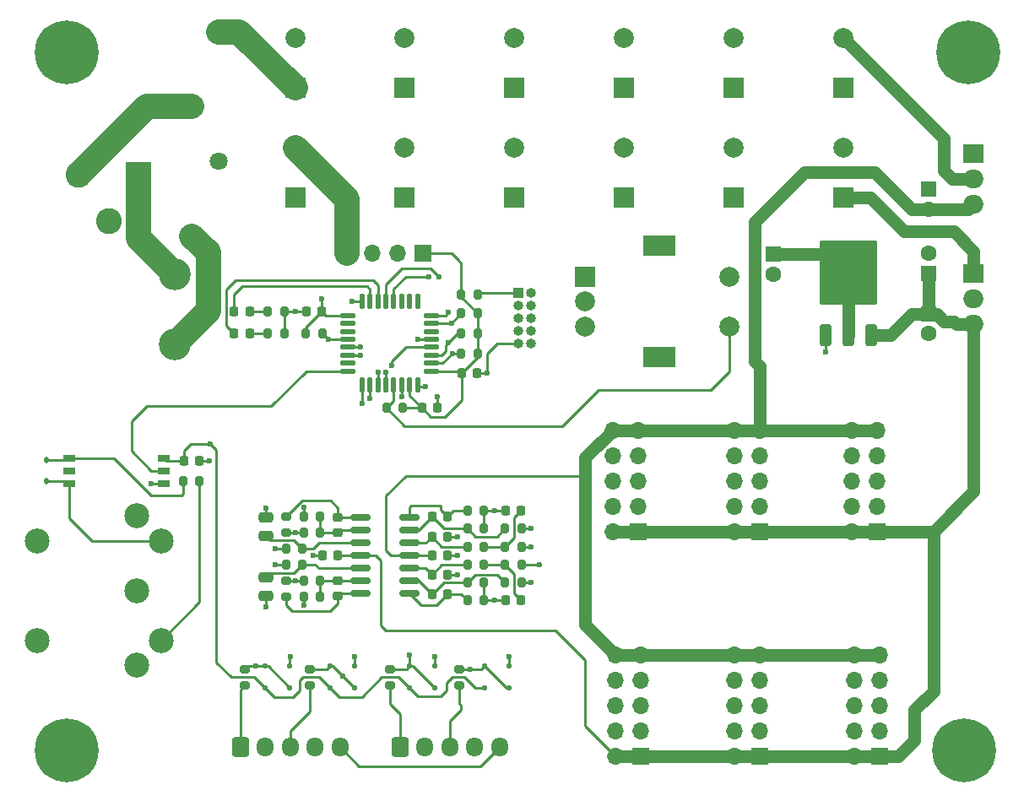
<source format=gbr>
%TF.GenerationSoftware,KiCad,Pcbnew,8.0.0*%
%TF.CreationDate,2024-07-13T20:22:53-07:00*%
%TF.ProjectId,midi-controller,6d696469-2d63-46f6-9e74-726f6c6c6572,rev?*%
%TF.SameCoordinates,Original*%
%TF.FileFunction,Copper,L1,Top*%
%TF.FilePolarity,Positive*%
%FSLAX46Y46*%
G04 Gerber Fmt 4.6, Leading zero omitted, Abs format (unit mm)*
G04 Created by KiCad (PCBNEW 8.0.0) date 2024-07-13 20:22:53*
%MOMM*%
%LPD*%
G01*
G04 APERTURE LIST*
G04 Aperture macros list*
%AMRoundRect*
0 Rectangle with rounded corners*
0 $1 Rounding radius*
0 $2 $3 $4 $5 $6 $7 $8 $9 X,Y pos of 4 corners*
0 Add a 4 corners polygon primitive as box body*
4,1,4,$2,$3,$4,$5,$6,$7,$8,$9,$2,$3,0*
0 Add four circle primitives for the rounded corners*
1,1,$1+$1,$2,$3*
1,1,$1+$1,$4,$5*
1,1,$1+$1,$6,$7*
1,1,$1+$1,$8,$9*
0 Add four rect primitives between the rounded corners*
20,1,$1+$1,$2,$3,$4,$5,0*
20,1,$1+$1,$4,$5,$6,$7,0*
20,1,$1+$1,$6,$7,$8,$9,0*
20,1,$1+$1,$8,$9,$2,$3,0*%
G04 Aperture macros list end*
%TA.AperFunction,ComponentPad*%
%ADD10C,2.499360*%
%TD*%
%TA.AperFunction,WasherPad*%
%ADD11C,2.499360*%
%TD*%
%TA.AperFunction,ComponentPad*%
%ADD12C,3.200000*%
%TD*%
%TA.AperFunction,ComponentPad*%
%ADD13C,6.400000*%
%TD*%
%TA.AperFunction,ComponentPad*%
%ADD14RoundRect,0.250000X-0.600000X-0.725000X0.600000X-0.725000X0.600000X0.725000X-0.600000X0.725000X0*%
%TD*%
%TA.AperFunction,ComponentPad*%
%ADD15O,1.700000X1.950000*%
%TD*%
%TA.AperFunction,SMDPad,CuDef*%
%ADD16RoundRect,0.218750X0.218750X0.256250X-0.218750X0.256250X-0.218750X-0.256250X0.218750X-0.256250X0*%
%TD*%
%TA.AperFunction,SMDPad,CuDef*%
%ADD17RoundRect,0.150000X-0.825000X-0.150000X0.825000X-0.150000X0.825000X0.150000X-0.825000X0.150000X0*%
%TD*%
%TA.AperFunction,SMDPad,CuDef*%
%ADD18R,1.300000X0.800000*%
%TD*%
%TA.AperFunction,SMDPad,CuDef*%
%ADD19RoundRect,0.125000X-0.625000X-0.125000X0.625000X-0.125000X0.625000X0.125000X-0.625000X0.125000X0*%
%TD*%
%TA.AperFunction,SMDPad,CuDef*%
%ADD20RoundRect,0.125000X-0.125000X-0.625000X0.125000X-0.625000X0.125000X0.625000X-0.125000X0.625000X0*%
%TD*%
%TA.AperFunction,ComponentPad*%
%ADD21R,2.000000X2.000000*%
%TD*%
%TA.AperFunction,ComponentPad*%
%ADD22C,2.000000*%
%TD*%
%TA.AperFunction,ComponentPad*%
%ADD23R,3.200000X2.000000*%
%TD*%
%TA.AperFunction,SMDPad,CuDef*%
%ADD24RoundRect,0.200000X0.275000X-0.200000X0.275000X0.200000X-0.275000X0.200000X-0.275000X-0.200000X0*%
%TD*%
%TA.AperFunction,SMDPad,CuDef*%
%ADD25RoundRect,0.200000X-0.275000X0.200000X-0.275000X-0.200000X0.275000X-0.200000X0.275000X0.200000X0*%
%TD*%
%TA.AperFunction,SMDPad,CuDef*%
%ADD26RoundRect,0.200000X0.200000X0.275000X-0.200000X0.275000X-0.200000X-0.275000X0.200000X-0.275000X0*%
%TD*%
%TA.AperFunction,SMDPad,CuDef*%
%ADD27RoundRect,0.200000X-0.200000X-0.275000X0.200000X-0.275000X0.200000X0.275000X-0.200000X0.275000X0*%
%TD*%
%TA.AperFunction,ComponentPad*%
%ADD28R,1.000000X1.000000*%
%TD*%
%TA.AperFunction,ComponentPad*%
%ADD29O,1.000000X1.000000*%
%TD*%
%TA.AperFunction,ComponentPad*%
%ADD30R,1.700000X1.700000*%
%TD*%
%TA.AperFunction,ComponentPad*%
%ADD31O,1.700000X1.700000*%
%TD*%
%TA.AperFunction,SMDPad,CuDef*%
%ADD32RoundRect,0.125000X0.125000X-0.125000X0.125000X0.125000X-0.125000X0.125000X-0.125000X-0.125000X0*%
%TD*%
%TA.AperFunction,SMDPad,CuDef*%
%ADD33RoundRect,0.112500X-0.112500X0.187500X-0.112500X-0.187500X0.112500X-0.187500X0.112500X0.187500X0*%
%TD*%
%TA.AperFunction,SMDPad,CuDef*%
%ADD34RoundRect,0.225000X-0.250000X0.225000X-0.250000X-0.225000X0.250000X-0.225000X0.250000X0.225000X0*%
%TD*%
%TA.AperFunction,SMDPad,CuDef*%
%ADD35RoundRect,0.225000X0.250000X-0.225000X0.250000X0.225000X-0.250000X0.225000X-0.250000X-0.225000X0*%
%TD*%
%TA.AperFunction,SMDPad,CuDef*%
%ADD36RoundRect,0.225000X-0.225000X-0.250000X0.225000X-0.250000X0.225000X0.250000X-0.225000X0.250000X0*%
%TD*%
%TA.AperFunction,SMDPad,CuDef*%
%ADD37RoundRect,0.250000X0.475000X-0.250000X0.475000X0.250000X-0.475000X0.250000X-0.475000X-0.250000X0*%
%TD*%
%TA.AperFunction,SMDPad,CuDef*%
%ADD38RoundRect,0.250000X-0.475000X0.250000X-0.475000X-0.250000X0.475000X-0.250000X0.475000X0.250000X0*%
%TD*%
%TA.AperFunction,SMDPad,CuDef*%
%ADD39RoundRect,0.225000X0.225000X0.250000X-0.225000X0.250000X-0.225000X-0.250000X0.225000X-0.250000X0*%
%TD*%
%TA.AperFunction,SMDPad,CuDef*%
%ADD40RoundRect,0.250000X0.350000X-0.850000X0.350000X0.850000X-0.350000X0.850000X-0.350000X-0.850000X0*%
%TD*%
%TA.AperFunction,SMDPad,CuDef*%
%ADD41RoundRect,0.250000X1.125000X-1.275000X1.125000X1.275000X-1.125000X1.275000X-1.125000X-1.275000X0*%
%TD*%
%TA.AperFunction,SMDPad,CuDef*%
%ADD42RoundRect,0.249997X2.650003X-2.950003X2.650003X2.950003X-2.650003X2.950003X-2.650003X-2.950003X0*%
%TD*%
%TA.AperFunction,ComponentPad*%
%ADD43R,2.000000X1.905000*%
%TD*%
%TA.AperFunction,ComponentPad*%
%ADD44O,2.000000X1.905000*%
%TD*%
%TA.AperFunction,ComponentPad*%
%ADD45C,1.800000*%
%TD*%
%TA.AperFunction,ComponentPad*%
%ADD46R,2.600000X2.600000*%
%TD*%
%TA.AperFunction,ComponentPad*%
%ADD47C,2.600000*%
%TD*%
%TA.AperFunction,ComponentPad*%
%ADD48R,1.600000X1.600000*%
%TD*%
%TA.AperFunction,ComponentPad*%
%ADD49C,1.600000*%
%TD*%
%TA.AperFunction,ViaPad*%
%ADD50C,0.600000*%
%TD*%
%TA.AperFunction,Conductor*%
%ADD51C,0.250000*%
%TD*%
%TA.AperFunction,Conductor*%
%ADD52C,2.500000*%
%TD*%
%TA.AperFunction,Conductor*%
%ADD53C,1.250000*%
%TD*%
G04 APERTURE END LIST*
D10*
%TO.P,J3,5*%
%TO.N,Net-(D1-A)*%
X116099100Y-104803820D03*
%TO.P,J3,4*%
%TO.N,Net-(J3-Pad4)*%
X116099100Y-114796180D03*
%TO.P,J3,3*%
%TO.N,unconnected-(J3-Pad3)*%
X113597200Y-102301920D03*
%TO.P,J3,2*%
%TO.N,unconnected-(J3-Pad2)*%
X113599740Y-109800000D03*
%TO.P,J3,1*%
%TO.N,unconnected-(J3-Pad1)*%
X113597200Y-117298080D03*
D11*
%TO.P,J3,*%
%TO.N,*%
X103602300Y-114801260D03*
X103602300Y-104798740D03*
%TD*%
D12*
%TO.P,SW2,1,A*%
%TO.N,Net-(SW2-A)*%
X117425000Y-78100000D03*
%TO.P,SW2,2,B*%
%TO.N,Net-(SW2-B)*%
X117425000Y-85100000D03*
%TD*%
D13*
%TO.P,H4,1*%
%TO.N,N/C*%
X196600000Y-125800000D03*
%TD*%
%TO.P,H3,1*%
%TO.N,N/C*%
X106600000Y-125800000D03*
%TD*%
%TO.P,H2,1*%
%TO.N,N/C*%
X197000000Y-55800000D03*
%TD*%
%TO.P,H1,1*%
%TO.N,N/C*%
X106600000Y-55800000D03*
%TD*%
D14*
%TO.P,J5,1,Pin_1*%
%TO.N,/CLK2_OUT*%
X124000000Y-125475000D03*
D15*
%TO.P,J5,2,Pin_2*%
%TO.N,/MOD2_OUT*%
X126500000Y-125475000D03*
%TO.P,J5,3,Pin_3*%
%TO.N,/GATE2_OUT*%
X129000000Y-125475000D03*
%TO.P,J5,4,Pin_4*%
%TO.N,/CV2_OUT*%
X131500000Y-125475000D03*
%TO.P,J5,5,Pin_5*%
%TO.N,GND*%
X134000000Y-125475000D03*
%TD*%
D14*
%TO.P,J4,1,Pin_1*%
%TO.N,/CLK1_OUT*%
X140000000Y-125475000D03*
D15*
%TO.P,J4,2,Pin_2*%
%TO.N,/MOD1_OUT*%
X142500000Y-125475000D03*
%TO.P,J4,3,Pin_3*%
%TO.N,/GATE1_OUT*%
X145000000Y-125475000D03*
%TO.P,J4,4,Pin_4*%
%TO.N,/CV1_OUT*%
X147500000Y-125475000D03*
%TO.P,J4,5,Pin_5*%
%TO.N,GND*%
X150000000Y-125475000D03*
%TD*%
D16*
%TO.P,D3,1,K*%
%TO.N,Net-(D3-K)*%
X124947500Y-81800000D03*
%TO.P,D3,2,A*%
%TO.N,/LED_2*%
X123372500Y-81800000D03*
%TD*%
%TO.P,D2,1,K*%
%TO.N,Net-(D2-K)*%
X124947500Y-84000000D03*
%TO.P,D2,2,A*%
%TO.N,/LED_1*%
X123372500Y-84000000D03*
%TD*%
D17*
%TO.P,U3,1*%
%TO.N,Net-(C13-Pad2)*%
X136025000Y-102490000D03*
%TO.P,U3,2,-*%
%TO.N,Net-(U3A--)*%
X136025000Y-103760000D03*
%TO.P,U3,3,+*%
%TO.N,Net-(U3A-+)*%
X136025000Y-105030000D03*
%TO.P,U3,4,V+*%
%TO.N,+12V*%
X136025000Y-106300000D03*
%TO.P,U3,5,+*%
%TO.N,Net-(U3B-+)*%
X136025000Y-107570000D03*
%TO.P,U3,6,-*%
%TO.N,Net-(U3B--)*%
X136025000Y-108840000D03*
%TO.P,U3,7*%
%TO.N,Net-(C14-Pad2)*%
X136025000Y-110110000D03*
%TO.P,U3,8*%
%TO.N,Net-(C12-Pad2)*%
X140975000Y-110110000D03*
%TO.P,U3,9,-*%
%TO.N,Net-(U3C--)*%
X140975000Y-108840000D03*
%TO.P,U3,10,+*%
%TO.N,Net-(U3C-+)*%
X140975000Y-107570000D03*
%TO.P,U3,11,V-*%
%TO.N,-12V*%
X140975000Y-106300000D03*
%TO.P,U3,12,+*%
%TO.N,Net-(U3D-+)*%
X140975000Y-105030000D03*
%TO.P,U3,13,-*%
%TO.N,Net-(U3D--)*%
X140975000Y-103760000D03*
%TO.P,U3,14*%
%TO.N,Net-(C11-Pad2)*%
X140975000Y-102490000D03*
%TD*%
D18*
%TO.P,U2,1,A*%
%TO.N,Net-(D1-K)*%
X106850000Y-96530000D03*
%TO.P,U2,2,NC*%
%TO.N,unconnected-(U2-NC-Pad2)*%
X106850000Y-97800000D03*
%TO.P,U2,3,K*%
%TO.N,Net-(D1-A)*%
X106850000Y-99070000D03*
%TO.P,U2,4,GND*%
%TO.N,GND*%
X116350000Y-99070000D03*
%TO.P,U2,5,VO*%
%TO.N,/MIDI_RX*%
X116350000Y-97800000D03*
%TO.P,U2,6,VDD*%
%TO.N,+3.3V*%
X116350000Y-96530000D03*
%TD*%
D19*
%TO.P,U1,1,VDD*%
%TO.N,+3.3V*%
X134825000Y-82200000D03*
%TO.P,U1,2,PF0*%
%TO.N,unconnected-(U1-PF0-Pad2)*%
X134825000Y-83000000D03*
%TO.P,U1,3,PF1*%
%TO.N,unconnected-(U1-PF1-Pad3)*%
X134825000Y-83800000D03*
%TO.P,U1,4,PG10*%
%TO.N,/NRST*%
X134825000Y-84600000D03*
%TO.P,U1,5,PA0*%
%TO.N,/MOD1*%
X134825000Y-85400000D03*
%TO.P,U1,6,PA1*%
%TO.N,/MOD2*%
X134825000Y-86200000D03*
%TO.P,U1,7,PA2*%
%TO.N,/MIDI_TX*%
X134825000Y-87000000D03*
%TO.P,U1,8,PA3*%
%TO.N,/MIDI_RX*%
X134825000Y-87800000D03*
D20*
%TO.P,U1,9,PA4*%
%TO.N,/CV1*%
X136200000Y-89175000D03*
%TO.P,U1,10,PA5*%
%TO.N,/CV2*%
X137000000Y-89175000D03*
%TO.P,U1,11,PA6*%
%TO.N,/GATE2*%
X137800000Y-89175000D03*
%TO.P,U1,12,PA7*%
%TO.N,/GATE1*%
X138600000Y-89175000D03*
%TO.P,U1,13,PB0*%
%TO.N,/ENC_BTN*%
X139400000Y-89175000D03*
%TO.P,U1,14,VSSA*%
%TO.N,GND*%
X140200000Y-89175000D03*
%TO.P,U1,15,VDDA*%
%TO.N,+3.3V*%
X141000000Y-89175000D03*
%TO.P,U1,16,VSS*%
%TO.N,GND*%
X141800000Y-89175000D03*
D19*
%TO.P,U1,17,VDD*%
%TO.N,+3.3V*%
X143175000Y-87800000D03*
%TO.P,U1,18,PA8*%
%TO.N,/I2C_DAT*%
X143175000Y-87000000D03*
%TO.P,U1,19,PA9*%
%TO.N,/I2C_CLK*%
X143175000Y-86200000D03*
%TO.P,U1,20,PA10*%
%TO.N,/CLK1*%
X143175000Y-85400000D03*
%TO.P,U1,21,PA11*%
%TO.N,/CLK2*%
X143175000Y-84600000D03*
%TO.P,U1,22,PA12*%
%TO.N,unconnected-(U1-PA12-Pad22)*%
X143175000Y-83800000D03*
%TO.P,U1,23,PA13*%
%TO.N,/SWIO*%
X143175000Y-83000000D03*
%TO.P,U1,24,PA14*%
%TO.N,/SWCLK*%
X143175000Y-82200000D03*
D20*
%TO.P,U1,25,PA15*%
%TO.N,unconnected-(U1-PA15-Pad25)*%
X141800000Y-80825000D03*
%TO.P,U1,26,PB3*%
%TO.N,unconnected-(U1-PB3-Pad26)*%
X141000000Y-80825000D03*
%TO.P,U1,27,PB4*%
%TO.N,unconnected-(U1-PB4-Pad27)*%
X140200000Y-80825000D03*
%TO.P,U1,28,PB5*%
%TO.N,/ENC_A*%
X139400000Y-80825000D03*
%TO.P,U1,29,PB6*%
%TO.N,/ENC_B*%
X138600000Y-80825000D03*
%TO.P,U1,30,PB7*%
%TO.N,/LED_1*%
X137800000Y-80825000D03*
%TO.P,U1,31,PB8*%
%TO.N,/LED_2*%
X137000000Y-80825000D03*
%TO.P,U1,32,VSS*%
%TO.N,GND*%
X136200000Y-80825000D03*
%TD*%
D21*
%TO.P,SW1,A,A*%
%TO.N,/ENC_A*%
X158550000Y-78300000D03*
D22*
%TO.P,SW1,B,B*%
%TO.N,/ENC_B*%
X158550000Y-83300000D03*
%TO.P,SW1,C,C*%
%TO.N,GND*%
X158550000Y-80800000D03*
D23*
%TO.P,SW1,MP*%
%TO.N,N/C*%
X166050000Y-75200000D03*
X166050000Y-86400000D03*
D22*
%TO.P,SW1,S1,S1*%
%TO.N,/ENC_BTN*%
X173050000Y-83300000D03*
%TO.P,SW1,S2,S2*%
%TO.N,GND*%
X173050000Y-78300000D03*
%TD*%
D24*
%TO.P,R31,1*%
%TO.N,/CLK1_OUT*%
X139000000Y-119325000D03*
%TO.P,R31,2*%
%TO.N,/CLK1*%
X139000000Y-117675000D03*
%TD*%
%TO.P,R30,1*%
%TO.N,/GATE2_OUT*%
X131000000Y-119325000D03*
%TO.P,R30,2*%
%TO.N,/GATE2*%
X131000000Y-117675000D03*
%TD*%
%TO.P,R29,1*%
%TO.N,/GATE1_OUT*%
X146000000Y-119325000D03*
%TO.P,R29,2*%
%TO.N,/GATE1*%
X146000000Y-117675000D03*
%TD*%
D25*
%TO.P,R27,1*%
%TO.N,/CV2_OUT*%
X128600000Y-108775000D03*
%TO.P,R27,2*%
%TO.N,Net-(C14-Pad2)*%
X128600000Y-110425000D03*
%TD*%
D24*
%TO.P,R26,1*%
%TO.N,/CV1_OUT*%
X128600000Y-104025000D03*
%TO.P,R26,2*%
%TO.N,Net-(C13-Pad2)*%
X128600000Y-102375000D03*
%TD*%
D26*
%TO.P,R25,1*%
%TO.N,/MOD1_OUT*%
X148425000Y-110800000D03*
%TO.P,R25,2*%
%TO.N,Net-(C12-Pad2)*%
X146775000Y-110800000D03*
%TD*%
D27*
%TO.P,R23,1*%
%TO.N,/CV2_OUT*%
X130375000Y-108800000D03*
%TO.P,R23,2*%
%TO.N,Net-(U3B--)*%
X132025000Y-108800000D03*
%TD*%
%TO.P,R22,1*%
%TO.N,/CV1_OUT*%
X130375000Y-104000000D03*
%TO.P,R22,2*%
%TO.N,Net-(U3A--)*%
X132025000Y-104000000D03*
%TD*%
D26*
%TO.P,R21,1*%
%TO.N,/MOD1_OUT*%
X148425000Y-109000000D03*
%TO.P,R21,2*%
%TO.N,Net-(U3C--)*%
X146775000Y-109000000D03*
%TD*%
%TO.P,R19,1*%
%TO.N,Net-(U3B--)*%
X132025000Y-110400000D03*
%TO.P,R19,2*%
%TO.N,GND*%
X130375000Y-110400000D03*
%TD*%
%TO.P,R18,1*%
%TO.N,Net-(U3A--)*%
X132025000Y-102400000D03*
%TO.P,R18,2*%
%TO.N,GND*%
X130375000Y-102400000D03*
%TD*%
D27*
%TO.P,R17,1*%
%TO.N,Net-(U3C--)*%
X150575000Y-109000000D03*
%TO.P,R17,2*%
%TO.N,GND*%
X152225000Y-109000000D03*
%TD*%
%TO.P,R15,1*%
%TO.N,Net-(U3C-+)*%
X146775000Y-107200000D03*
%TO.P,R15,2*%
%TO.N,Net-(C10-Pad1)*%
X148425000Y-107200000D03*
%TD*%
%TO.P,R13,1*%
%TO.N,Net-(C10-Pad1)*%
X150575000Y-107200000D03*
%TO.P,R13,2*%
%TO.N,/MOD1*%
X152225000Y-107200000D03*
%TD*%
D26*
%TO.P,R12,1*%
%TO.N,Net-(U3B-+)*%
X130225000Y-107200000D03*
%TO.P,R12,2*%
%TO.N,/CV2*%
X128575000Y-107200000D03*
%TD*%
%TO.P,R11,1*%
%TO.N,Net-(U3A-+)*%
X130225000Y-105600000D03*
%TO.P,R11,2*%
%TO.N,/CV1*%
X128575000Y-105600000D03*
%TD*%
%TO.P,R9,1*%
%TO.N,+3.3V*%
X140325000Y-91500000D03*
%TO.P,R9,2*%
%TO.N,/ENC_BTN*%
X138675000Y-91500000D03*
%TD*%
%TO.P,R8,1*%
%TO.N,GND*%
X128425000Y-81800000D03*
%TO.P,R8,2*%
%TO.N,Net-(D3-K)*%
X126775000Y-81800000D03*
%TD*%
%TO.P,R7,1*%
%TO.N,GND*%
X128425000Y-84000000D03*
%TO.P,R7,2*%
%TO.N,Net-(D2-K)*%
X126775000Y-84000000D03*
%TD*%
%TO.P,R6,1*%
%TO.N,+3.3V*%
X147825000Y-82000000D03*
%TO.P,R6,2*%
%TO.N,/SWIO*%
X146175000Y-82000000D03*
%TD*%
D27*
%TO.P,R5,1*%
%TO.N,Net-(D1-K)*%
X118275000Y-98800000D03*
%TO.P,R5,2*%
%TO.N,Net-(J3-Pad4)*%
X119925000Y-98800000D03*
%TD*%
%TO.P,R4,1*%
%TO.N,+3.3V*%
X130575000Y-84000000D03*
%TO.P,R4,2*%
%TO.N,/NRST*%
X132225000Y-84000000D03*
%TD*%
D26*
%TO.P,R3,1*%
%TO.N,+3.3V*%
X147825000Y-84000000D03*
%TO.P,R3,2*%
%TO.N,/I2C_CLK*%
X146175000Y-84000000D03*
%TD*%
%TO.P,R2,1*%
%TO.N,+3.3V*%
X147825000Y-86000000D03*
%TO.P,R2,2*%
%TO.N,/I2C_DAT*%
X146175000Y-86000000D03*
%TD*%
D27*
%TO.P,R1,1*%
%TO.N,+3.3V*%
X146175000Y-80100000D03*
%TO.P,R1,2*%
%TO.N,Net-(J2-VTref)*%
X147825000Y-80100000D03*
%TD*%
D28*
%TO.P,J2,1,VTref*%
%TO.N,Net-(J2-VTref)*%
X151875000Y-79950000D03*
D29*
%TO.P,J2,2,SWDIO/TMS*%
%TO.N,/SWIO*%
X153145000Y-79950000D03*
%TO.P,J2,3,GND*%
%TO.N,GND*%
X151875000Y-81220000D03*
%TO.P,J2,4,SWCLK/TCK*%
%TO.N,/SWCLK*%
X153145000Y-81220000D03*
%TO.P,J2,5,GND*%
%TO.N,GND*%
X151875000Y-82490000D03*
%TO.P,J2,6,SWO/TDO*%
%TO.N,unconnected-(J2-SWO{slash}TDO-Pad6)*%
X153145000Y-82490000D03*
%TO.P,J2,7,KEY*%
%TO.N,unconnected-(J2-KEY-Pad7)*%
X151875000Y-83760000D03*
%TO.P,J2,8,NC/TDI*%
%TO.N,unconnected-(J2-NC{slash}TDI-Pad8)*%
X153145000Y-83760000D03*
%TO.P,J2,9,GNDDetect*%
%TO.N,GND*%
X151875000Y-85030000D03*
%TO.P,J2,10,~{RESET}*%
%TO.N,/NRST*%
X153145000Y-85030000D03*
%TD*%
D30*
%TO.P,J1,1,Pin_1*%
%TO.N,+3.3V*%
X142300000Y-76000000D03*
D31*
%TO.P,J1,2,Pin_2*%
%TO.N,/I2C_DAT*%
X139760000Y-76000000D03*
%TO.P,J1,3,Pin_3*%
%TO.N,/I2C_CLK*%
X137220000Y-76000000D03*
%TO.P,J1,4,Pin_4*%
%TO.N,GND*%
X134680000Y-76000000D03*
%TD*%
D32*
%TO.P,D11,1,K*%
%TO.N,/CLK1*%
X143500000Y-119600000D03*
%TO.P,D11,2,A*%
%TO.N,GND*%
X143500000Y-117400000D03*
%TD*%
%TO.P,D10,1,K*%
%TO.N,+3.3V*%
X141000000Y-119600000D03*
%TO.P,D10,2,A*%
%TO.N,/CLK1*%
X141000000Y-117400000D03*
%TD*%
%TO.P,D9,1,K*%
%TO.N,/GATE2*%
X135500000Y-119600000D03*
%TO.P,D9,2,A*%
%TO.N,GND*%
X135500000Y-117400000D03*
%TD*%
%TO.P,D8,1,K*%
%TO.N,+3.3V*%
X133000000Y-119577500D03*
%TO.P,D8,2,A*%
%TO.N,/GATE2*%
X133000000Y-117377500D03*
%TD*%
%TO.P,D7,1,K*%
%TO.N,/GATE1*%
X151000000Y-119577500D03*
%TO.P,D7,2,A*%
%TO.N,GND*%
X151000000Y-117377500D03*
%TD*%
%TO.P,D6,1,K*%
%TO.N,+3.3V*%
X148477500Y-119577500D03*
%TO.P,D6,2,A*%
%TO.N,/GATE1*%
X148477500Y-117377500D03*
%TD*%
D33*
%TO.P,D1,1,K*%
%TO.N,Net-(D1-K)*%
X104600000Y-96750000D03*
%TO.P,D1,2,A*%
%TO.N,Net-(D1-A)*%
X104600000Y-98850000D03*
%TD*%
D34*
%TO.P,C14,1*%
%TO.N,Net-(U3B--)*%
X133800000Y-108825000D03*
%TO.P,C14,2*%
%TO.N,Net-(C14-Pad2)*%
X133800000Y-110375000D03*
%TD*%
D35*
%TO.P,C13,1*%
%TO.N,Net-(U3A--)*%
X133800000Y-103975000D03*
%TO.P,C13,2*%
%TO.N,Net-(C13-Pad2)*%
X133800000Y-102425000D03*
%TD*%
D36*
%TO.P,C12,1*%
%TO.N,Net-(U3C--)*%
X143225000Y-110200000D03*
%TO.P,C12,2*%
%TO.N,Net-(C12-Pad2)*%
X144775000Y-110200000D03*
%TD*%
D37*
%TO.P,C6,1*%
%TO.N,GND*%
X126600000Y-110350000D03*
%TO.P,C6,2*%
%TO.N,Net-(U3B-+)*%
X126600000Y-108450000D03*
%TD*%
D38*
%TO.P,C5,1*%
%TO.N,GND*%
X126600000Y-102450000D03*
%TO.P,C5,2*%
%TO.N,Net-(U3A-+)*%
X126600000Y-104350000D03*
%TD*%
D36*
%TO.P,C4,1*%
%TO.N,+3.3V*%
X118325000Y-96800000D03*
%TO.P,C4,2*%
%TO.N,GND*%
X119875000Y-96800000D03*
%TD*%
%TO.P,C3,1*%
%TO.N,+3.3V*%
X142225000Y-91500000D03*
%TO.P,C3,2*%
%TO.N,GND*%
X143775000Y-91500000D03*
%TD*%
%TO.P,C2,1*%
%TO.N,+3.3V*%
X146225000Y-88000000D03*
%TO.P,C2,2*%
%TO.N,GND*%
X147775000Y-88000000D03*
%TD*%
D39*
%TO.P,C1,1*%
%TO.N,+3.3V*%
X132175000Y-81800000D03*
%TO.P,C1,2*%
%TO.N,GND*%
X130625000Y-81800000D03*
%TD*%
D40*
%TO.P,U6,1,GND*%
%TO.N,GND*%
X182720000Y-84200000D03*
%TO.P,U6,2,VO*%
%TO.N,+3.3V*%
X185000000Y-84200000D03*
D41*
X183475000Y-79575000D03*
X186525000Y-79575000D03*
D42*
X185000000Y-77900000D03*
D41*
X183475000Y-76225000D03*
X186525000Y-76225000D03*
D40*
%TO.P,U6,3,VI*%
%TO.N,+12V*%
X187280000Y-84200000D03*
%TD*%
D43*
%TO.P,U5,1,GND*%
%TO.N,GND*%
X197555000Y-65960000D03*
D44*
%TO.P,U5,2,VI*%
%TO.N,Net-(U5-VI)*%
X197555000Y-68500000D03*
%TO.P,U5,3,VO*%
%TO.N,-12V*%
X197555000Y-71040000D03*
%TD*%
D43*
%TO.P,U4,1,VI*%
%TO.N,Net-(D12-K)*%
X197555000Y-77960000D03*
D44*
%TO.P,U4,2,GND*%
%TO.N,GND*%
X197555000Y-80500000D03*
%TO.P,U4,3,VO*%
%TO.N,+12V*%
X197555000Y-83040000D03*
%TD*%
D45*
%TO.P,TH2,1*%
%TO.N,GND*%
X121850000Y-53750000D03*
%TO.P,TH2,2*%
%TO.N,Net-(J6-Pad2)*%
X119150000Y-61250000D03*
%TD*%
%TO.P,TH1,1*%
%TO.N,Net-(D13-K)*%
X121850000Y-66750000D03*
%TO.P,TH1,2*%
%TO.N,Net-(SW2-B)*%
X119150000Y-74250000D03*
%TD*%
D24*
%TO.P,R28,1*%
%TO.N,/CLK2_OUT*%
X124500000Y-119325000D03*
%TO.P,R28,2*%
%TO.N,/CLK2*%
X124500000Y-117675000D03*
%TD*%
D26*
%TO.P,R24,1*%
%TO.N,/MOD2_OUT*%
X148425000Y-101800000D03*
%TO.P,R24,2*%
%TO.N,Net-(C11-Pad2)*%
X146775000Y-101800000D03*
%TD*%
%TO.P,R20,1*%
%TO.N,/MOD2_OUT*%
X148425000Y-103600000D03*
%TO.P,R20,2*%
%TO.N,Net-(U3D--)*%
X146775000Y-103600000D03*
%TD*%
D27*
%TO.P,R16,1*%
%TO.N,Net-(U3D--)*%
X150575000Y-103600000D03*
%TO.P,R16,2*%
%TO.N,GND*%
X152225000Y-103600000D03*
%TD*%
%TO.P,R14,1*%
%TO.N,Net-(U3D-+)*%
X146775000Y-105400000D03*
%TO.P,R14,2*%
%TO.N,Net-(C9-Pad1)*%
X148425000Y-105400000D03*
%TD*%
%TO.P,R10,1*%
%TO.N,Net-(C9-Pad1)*%
X150575000Y-105400000D03*
%TO.P,R10,2*%
%TO.N,/MOD2*%
X152225000Y-105400000D03*
%TD*%
D30*
%TO.P,J12,1,Pin_1*%
%TO.N,+12V*%
X188140000Y-126420000D03*
D31*
%TO.P,J12,2,Pin_2*%
X185600000Y-126420000D03*
%TO.P,J12,3,Pin_3*%
%TO.N,GND*%
X188140000Y-123880000D03*
%TO.P,J12,4,Pin_4*%
X185600000Y-123880000D03*
%TO.P,J12,5,Pin_5*%
X188140000Y-121340000D03*
%TO.P,J12,6,Pin_6*%
X185600000Y-121340000D03*
%TO.P,J12,7,Pin_7*%
X188140000Y-118800000D03*
%TO.P,J12,8,Pin_8*%
X185600000Y-118800000D03*
%TO.P,J12,9,Pin_9*%
%TO.N,-12V*%
X188140000Y-116260000D03*
%TO.P,J12,10,Pin_10*%
X185600000Y-116260000D03*
%TD*%
D30*
%TO.P,J11,1,Pin_1*%
%TO.N,+12V*%
X187875000Y-103875000D03*
D31*
%TO.P,J11,2,Pin_2*%
X185335000Y-103875000D03*
%TO.P,J11,3,Pin_3*%
%TO.N,GND*%
X187875000Y-101335000D03*
%TO.P,J11,4,Pin_4*%
X185335000Y-101335000D03*
%TO.P,J11,5,Pin_5*%
X187875000Y-98795000D03*
%TO.P,J11,6,Pin_6*%
X185335000Y-98795000D03*
%TO.P,J11,7,Pin_7*%
X187875000Y-96255000D03*
%TO.P,J11,8,Pin_8*%
X185335000Y-96255000D03*
%TO.P,J11,9,Pin_9*%
%TO.N,-12V*%
X187875000Y-93715000D03*
%TO.P,J11,10,Pin_10*%
X185335000Y-93715000D03*
%TD*%
D30*
%TO.P,J10,1,Pin_1*%
%TO.N,+12V*%
X163875000Y-103875000D03*
D31*
%TO.P,J10,2,Pin_2*%
X161335000Y-103875000D03*
%TO.P,J10,3,Pin_3*%
%TO.N,GND*%
X163875000Y-101335000D03*
%TO.P,J10,4,Pin_4*%
X161335000Y-101335000D03*
%TO.P,J10,5,Pin_5*%
X163875000Y-98795000D03*
%TO.P,J10,6,Pin_6*%
X161335000Y-98795000D03*
%TO.P,J10,7,Pin_7*%
X163875000Y-96255000D03*
%TO.P,J10,8,Pin_8*%
X161335000Y-96255000D03*
%TO.P,J10,9,Pin_9*%
%TO.N,-12V*%
X163875000Y-93715000D03*
%TO.P,J10,10,Pin_10*%
X161335000Y-93715000D03*
%TD*%
D30*
%TO.P,J9,1,Pin_1*%
%TO.N,+12V*%
X176140000Y-103875000D03*
D31*
%TO.P,J9,2,Pin_2*%
X173600000Y-103875000D03*
%TO.P,J9,3,Pin_3*%
%TO.N,GND*%
X176140000Y-101335000D03*
%TO.P,J9,4,Pin_4*%
X173600000Y-101335000D03*
%TO.P,J9,5,Pin_5*%
X176140000Y-98795000D03*
%TO.P,J9,6,Pin_6*%
X173600000Y-98795000D03*
%TO.P,J9,7,Pin_7*%
X176140000Y-96255000D03*
%TO.P,J9,8,Pin_8*%
X173600000Y-96255000D03*
%TO.P,J9,9,Pin_9*%
%TO.N,-12V*%
X176140000Y-93715000D03*
%TO.P,J9,10,Pin_10*%
X173600000Y-93715000D03*
%TD*%
D30*
%TO.P,J8,1,Pin_1*%
%TO.N,+12V*%
X164140000Y-126420000D03*
D31*
%TO.P,J8,2,Pin_2*%
X161600000Y-126420000D03*
%TO.P,J8,3,Pin_3*%
%TO.N,GND*%
X164140000Y-123880000D03*
%TO.P,J8,4,Pin_4*%
X161600000Y-123880000D03*
%TO.P,J8,5,Pin_5*%
X164140000Y-121340000D03*
%TO.P,J8,6,Pin_6*%
X161600000Y-121340000D03*
%TO.P,J8,7,Pin_7*%
X164140000Y-118800000D03*
%TO.P,J8,8,Pin_8*%
X161600000Y-118800000D03*
%TO.P,J8,9,Pin_9*%
%TO.N,-12V*%
X164140000Y-116260000D03*
%TO.P,J8,10,Pin_10*%
X161600000Y-116260000D03*
%TD*%
D30*
%TO.P,J7,1,Pin_1*%
%TO.N,+12V*%
X176140000Y-126420000D03*
D31*
%TO.P,J7,2,Pin_2*%
X173600000Y-126420000D03*
%TO.P,J7,3,Pin_3*%
%TO.N,GND*%
X176140000Y-123880000D03*
%TO.P,J7,4,Pin_4*%
X173600000Y-123880000D03*
%TO.P,J7,5,Pin_5*%
X176140000Y-121340000D03*
%TO.P,J7,6,Pin_6*%
X173600000Y-121340000D03*
%TO.P,J7,7,Pin_7*%
X176140000Y-118800000D03*
%TO.P,J7,8,Pin_8*%
X173600000Y-118800000D03*
%TO.P,J7,9,Pin_9*%
%TO.N,-12V*%
X176140000Y-116260000D03*
%TO.P,J7,10,Pin_10*%
X173600000Y-116260000D03*
%TD*%
D46*
%TO.P,J6,1*%
%TO.N,Net-(SW2-A)*%
X113800000Y-68050000D03*
D47*
%TO.P,J6,2*%
%TO.N,Net-(J6-Pad2)*%
X107800000Y-68050000D03*
%TO.P,J6,3*%
%TO.N,N/C*%
X110800000Y-72750000D03*
%TD*%
D32*
%TO.P,D5,1,K*%
%TO.N,/CLK2*%
X128977500Y-119577500D03*
%TO.P,D5,2,A*%
%TO.N,GND*%
X128977500Y-117377500D03*
%TD*%
%TO.P,D4,1,K*%
%TO.N,+3.3V*%
X126500000Y-119600000D03*
%TO.P,D4,2,A*%
%TO.N,/CLK2*%
X126500000Y-117400000D03*
%TD*%
D48*
%TO.P,C34,1*%
%TO.N,GND*%
X193000000Y-69544887D03*
D49*
%TO.P,C34,2*%
%TO.N,-12V*%
X193000000Y-71544887D03*
%TD*%
D48*
%TO.P,C33,1*%
%TO.N,+12V*%
X193000000Y-82044888D03*
D49*
%TO.P,C33,2*%
%TO.N,GND*%
X193000000Y-84044888D03*
%TD*%
D48*
%TO.P,C32,1*%
%TO.N,+3.3V*%
X177500000Y-76044887D03*
D49*
%TO.P,C32,2*%
%TO.N,GND*%
X177500000Y-78044887D03*
%TD*%
D48*
%TO.P,C29,1*%
%TO.N,+12V*%
X193000000Y-77955113D03*
D49*
%TO.P,C29,2*%
%TO.N,GND*%
X193000000Y-75955113D03*
%TD*%
D21*
%TO.P,C28,1*%
%TO.N,GND*%
X184500000Y-59367677D03*
D22*
%TO.P,C28,2*%
%TO.N,Net-(U5-VI)*%
X184500000Y-54367677D03*
%TD*%
D21*
%TO.P,C27,1*%
%TO.N,Net-(D12-K)*%
X184500000Y-70367677D03*
D22*
%TO.P,C27,2*%
%TO.N,GND*%
X184500000Y-65367677D03*
%TD*%
D39*
%TO.P,C26,1*%
%TO.N,GND*%
X144775000Y-106300000D03*
%TO.P,C26,2*%
%TO.N,-12V*%
X143225000Y-106300000D03*
%TD*%
%TO.P,C25,1*%
%TO.N,+12V*%
X133775000Y-106300000D03*
%TO.P,C25,2*%
%TO.N,GND*%
X132225000Y-106300000D03*
%TD*%
D21*
%TO.P,C24,1*%
%TO.N,GND*%
X173500000Y-59367677D03*
D22*
%TO.P,C24,2*%
%TO.N,Net-(U5-VI)*%
X173500000Y-54367677D03*
%TD*%
D21*
%TO.P,C23,1*%
%TO.N,Net-(D12-K)*%
X173500000Y-70367677D03*
D22*
%TO.P,C23,2*%
%TO.N,GND*%
X173500000Y-65367677D03*
%TD*%
D21*
%TO.P,C22,1*%
%TO.N,GND*%
X162500000Y-59367677D03*
D22*
%TO.P,C22,2*%
%TO.N,Net-(U5-VI)*%
X162500000Y-54367677D03*
%TD*%
D21*
%TO.P,C21,1*%
%TO.N,Net-(D12-K)*%
X162500000Y-70367677D03*
D22*
%TO.P,C21,2*%
%TO.N,GND*%
X162500000Y-65367677D03*
%TD*%
D21*
%TO.P,C20,1*%
%TO.N,GND*%
X151500000Y-59367677D03*
D22*
%TO.P,C20,2*%
%TO.N,Net-(U5-VI)*%
X151500000Y-54367677D03*
%TD*%
D21*
%TO.P,C19,1*%
%TO.N,Net-(D12-K)*%
X151500000Y-70367677D03*
D22*
%TO.P,C19,2*%
%TO.N,GND*%
X151500000Y-65367677D03*
%TD*%
D21*
%TO.P,C18,1*%
%TO.N,GND*%
X140500000Y-59367677D03*
D22*
%TO.P,C18,2*%
%TO.N,Net-(U5-VI)*%
X140500000Y-54367677D03*
%TD*%
D21*
%TO.P,C17,1*%
%TO.N,Net-(D12-K)*%
X140500000Y-70367677D03*
D22*
%TO.P,C17,2*%
%TO.N,GND*%
X140500000Y-65367677D03*
%TD*%
D21*
%TO.P,C16,1*%
%TO.N,GND*%
X129500000Y-59367677D03*
D22*
%TO.P,C16,2*%
%TO.N,Net-(U5-VI)*%
X129500000Y-54367677D03*
%TD*%
D21*
%TO.P,C15,1*%
%TO.N,Net-(D12-K)*%
X129500000Y-70367677D03*
D22*
%TO.P,C15,2*%
%TO.N,GND*%
X129500000Y-65367677D03*
%TD*%
D36*
%TO.P,C11,1*%
%TO.N,Net-(U3D--)*%
X143225000Y-102400000D03*
%TO.P,C11,2*%
%TO.N,Net-(C11-Pad2)*%
X144775000Y-102400000D03*
%TD*%
D39*
%TO.P,C10,1*%
%TO.N,Net-(C10-Pad1)*%
X152175000Y-110800000D03*
%TO.P,C10,2*%
%TO.N,/MOD1_OUT*%
X150625000Y-110800000D03*
%TD*%
%TO.P,C9,1*%
%TO.N,Net-(C9-Pad1)*%
X152175000Y-101800000D03*
%TO.P,C9,2*%
%TO.N,/MOD2_OUT*%
X150625000Y-101800000D03*
%TD*%
D36*
%TO.P,C8,1*%
%TO.N,Net-(U3C-+)*%
X143225000Y-108200000D03*
%TO.P,C8,2*%
%TO.N,GND*%
X144775000Y-108200000D03*
%TD*%
%TO.P,C7,1*%
%TO.N,Net-(U3D-+)*%
X143225000Y-104400000D03*
%TO.P,C7,2*%
%TO.N,GND*%
X144775000Y-104400000D03*
%TD*%
D50*
%TO.N,GND*%
X182700000Y-85900000D03*
%TO.N,+3.3V*%
X121000000Y-95100000D03*
X132200000Y-80500000D03*
%TO.N,/CLK1*%
X141000000Y-116300000D03*
X139200000Y-87200000D03*
%TO.N,/CLK2*%
X125600000Y-117400000D03*
%TO.N,/MOD1*%
X154000000Y-107200000D03*
%TO.N,/MOD2*%
X153200000Y-105400000D03*
X136100000Y-86200000D03*
%TO.N,/CV1*%
X136200000Y-91000000D03*
%TO.N,/CV2*%
X137000000Y-90500000D03*
%TO.N,/GATE1*%
X138600000Y-87900000D03*
%TO.N,/GATE2*%
X137800000Y-87900000D03*
%TO.N,/CLK2*%
X141800000Y-84625000D03*
%TO.N,GND*%
X142577427Y-89312864D03*
X140200000Y-90400000D03*
%TO.N,/MOD1*%
X136100000Y-85400000D03*
%TO.N,GND*%
X115100000Y-99100000D03*
X120900000Y-96800000D03*
X129500000Y-81800000D03*
X135200000Y-80800000D03*
%TO.N,/ENC_A*%
X142900000Y-78300000D03*
%TO.N,/ENC_B*%
X143900000Y-78300000D03*
%TO.N,/I2C_DAT*%
X145300000Y-86000000D03*
%TO.N,/I2C_CLK*%
X144900000Y-84900000D03*
%TO.N,/NRST*%
X132825000Y-84600000D03*
%TO.N,/SWCLK*%
X144900000Y-81900000D03*
%TO.N,/SWIO*%
X145175000Y-83000000D03*
%TO.N,/GATE1*%
X147100000Y-117675000D03*
%TO.N,/GATE2*%
X134250000Y-118350000D03*
%TO.N,/CV2*%
X127500000Y-107200000D03*
%TO.N,/CV1*%
X127500000Y-105600000D03*
%TO.N,GND*%
X129000000Y-116400000D03*
X135500000Y-116400000D03*
X151000000Y-116400000D03*
X143500000Y-116400000D03*
X148800000Y-88000000D03*
X143800000Y-90400000D03*
%TO.N,/MOD1_OUT*%
X149500000Y-110800000D03*
%TO.N,/MOD2_OUT*%
X149500000Y-101800000D03*
%TO.N,GND*%
X153200000Y-103600000D03*
X153200000Y-109000000D03*
X145800000Y-108200000D03*
X145800000Y-106300000D03*
X145800000Y-104400000D03*
%TO.N,/CV1_OUT*%
X129500000Y-104000000D03*
%TO.N,/CV2_OUT*%
X129500000Y-108775000D03*
%TO.N,GND*%
X126600000Y-111400000D03*
X130400000Y-111275000D03*
X126600000Y-101500000D03*
X130379442Y-101479442D03*
X131300000Y-106300000D03*
%TD*%
D51*
%TO.N,/MOD2*%
X153200000Y-105400000D02*
X152225000Y-105400000D01*
%TO.N,/LED_1*%
X137800000Y-79200000D02*
X137800000Y-80825000D01*
X137300000Y-78700000D02*
X137800000Y-79200000D01*
X123500000Y-78700000D02*
X137300000Y-78700000D01*
X122600000Y-79600000D02*
X123500000Y-78700000D01*
X122600000Y-83227500D02*
X122600000Y-79600000D01*
X123372500Y-84000000D02*
X122600000Y-83227500D01*
D52*
%TO.N,Net-(SW2-B)*%
X120800000Y-81725000D02*
X120800000Y-75900000D01*
X120800000Y-75900000D02*
X119150000Y-74250000D01*
X117425000Y-85100000D02*
X120800000Y-81725000D01*
%TO.N,GND*%
X123882323Y-53750000D02*
X129500000Y-59367677D01*
X121850000Y-53750000D02*
X123882323Y-53750000D01*
X134680000Y-70547677D02*
X129500000Y-65367677D01*
X134680000Y-76000000D02*
X134680000Y-70547677D01*
D51*
X148075000Y-127400000D02*
X135925000Y-127400000D01*
X150000000Y-125475000D02*
X148075000Y-127400000D01*
X135925000Y-127400000D02*
X134000000Y-125475000D01*
X182720000Y-85880000D02*
X182700000Y-85900000D01*
X182720000Y-84200000D02*
X182720000Y-85880000D01*
X148800000Y-86000000D02*
X148800000Y-88000000D01*
X149770000Y-85030000D02*
X148800000Y-86000000D01*
X151875000Y-85030000D02*
X149770000Y-85030000D01*
%TO.N,+3.3V*%
X132175000Y-80525000D02*
X132200000Y-80500000D01*
X132175000Y-81800000D02*
X132175000Y-80525000D01*
%TO.N,/CLK1*%
X141000000Y-116300000D02*
X141000000Y-117400000D01*
X139200000Y-86825000D02*
X139200000Y-87200000D01*
X140625000Y-85400000D02*
X139200000Y-86825000D01*
X140625000Y-85400000D02*
X143175000Y-85400000D01*
%TO.N,/CLK2*%
X125600000Y-117400000D02*
X124775000Y-117400000D01*
X126500000Y-117400000D02*
X125600000Y-117400000D01*
%TO.N,/MOD1*%
X152225000Y-107200000D02*
X154000000Y-107200000D01*
%TO.N,GND*%
X142577427Y-89312864D02*
X141937864Y-89312864D01*
X141937864Y-89312864D02*
X141800000Y-89175000D01*
X140200000Y-89175000D02*
X140200000Y-90400000D01*
%TO.N,/MOD2*%
X134825000Y-86200000D02*
X136100000Y-86200000D01*
%TO.N,/CV1*%
X136200000Y-89175000D02*
X136200000Y-91000000D01*
%TO.N,/CV2*%
X137000000Y-90500000D02*
X137000000Y-89175000D01*
%TO.N,/GATE1*%
X138600000Y-89175000D02*
X138600000Y-87900000D01*
%TO.N,/GATE2*%
X137800000Y-89175000D02*
X137800000Y-87900000D01*
%TO.N,/CLK2*%
X141825000Y-84600000D02*
X141800000Y-84625000D01*
X143175000Y-84600000D02*
X141825000Y-84600000D01*
%TO.N,/MOD1*%
X134825000Y-85400000D02*
X136100000Y-85400000D01*
%TO.N,GND*%
X115130000Y-99070000D02*
X115100000Y-99100000D01*
X116350000Y-99070000D02*
X115130000Y-99070000D01*
X119875000Y-96800000D02*
X120900000Y-96800000D01*
%TO.N,/ENC_B*%
X140200000Y-77500000D02*
X143100000Y-77500000D01*
X143100000Y-77500000D02*
X143900000Y-78300000D01*
X138600000Y-79100000D02*
X140200000Y-77500000D01*
X138600000Y-80825000D02*
X138600000Y-79100000D01*
%TO.N,/ENC_A*%
X140600000Y-78300000D02*
X142900000Y-78300000D01*
X139400000Y-79500000D02*
X140600000Y-78300000D01*
X139400000Y-80825000D02*
X139400000Y-79500000D01*
%TO.N,Net-(D2-K)*%
X124947500Y-84000000D02*
X126775000Y-84000000D01*
%TO.N,Net-(D3-K)*%
X126775000Y-81800000D02*
X124947500Y-81800000D01*
%TO.N,GND*%
X128425000Y-84000000D02*
X128425000Y-81800000D01*
X128425000Y-81800000D02*
X129500000Y-81800000D01*
X130625000Y-81800000D02*
X129500000Y-81800000D01*
X135225000Y-80825000D02*
X135200000Y-80800000D01*
X136200000Y-80825000D02*
X135225000Y-80825000D01*
%TO.N,/LED_2*%
X124200000Y-79300000D02*
X123372500Y-80127500D01*
X136700000Y-79300000D02*
X124200000Y-79300000D01*
X123372500Y-80127500D02*
X123372500Y-81800000D01*
X137000000Y-79600000D02*
X136700000Y-79300000D01*
X137000000Y-80825000D02*
X137000000Y-79600000D01*
%TO.N,/I2C_CLK*%
X145800000Y-84000000D02*
X146175000Y-84000000D01*
X144200000Y-86200000D02*
X143175000Y-86200000D01*
X144600000Y-85800000D02*
X144200000Y-86200000D01*
X144900000Y-84900000D02*
X145800000Y-84000000D01*
X144600000Y-85200000D02*
X144600000Y-85800000D01*
X144900000Y-84900000D02*
X144600000Y-85200000D01*
%TO.N,/SWCLK*%
X144900000Y-81900000D02*
X144600000Y-82200000D01*
X144600000Y-82200000D02*
X143175000Y-82200000D01*
%TO.N,/NRST*%
X132825000Y-84600000D02*
X132225000Y-84000000D01*
X134825000Y-84600000D02*
X132825000Y-84600000D01*
%TO.N,Net-(J2-VTref)*%
X147975000Y-79950000D02*
X147825000Y-80100000D01*
X151875000Y-79950000D02*
X147975000Y-79950000D01*
%TO.N,+3.3V*%
X147825000Y-82000000D02*
X147825000Y-86000000D01*
X146175000Y-80350000D02*
X147825000Y-82000000D01*
X146175000Y-80100000D02*
X146175000Y-80350000D01*
X146175000Y-80100000D02*
X146175000Y-76975000D01*
X146175000Y-76975000D02*
X145850000Y-76650000D01*
X145850000Y-76650000D02*
X145200000Y-76000000D01*
%TO.N,/GATE1*%
X148477500Y-117377500D02*
X148180000Y-117675000D01*
X148180000Y-117675000D02*
X147100000Y-117675000D01*
X146000000Y-117675000D02*
X147100000Y-117675000D01*
%TO.N,/GATE2*%
X133277500Y-117377500D02*
X135500000Y-119600000D01*
X133000000Y-117377500D02*
X133277500Y-117377500D01*
%TO.N,/CV2*%
X128575000Y-107200000D02*
X127500000Y-107200000D01*
%TO.N,/CV1*%
X128575000Y-105600000D02*
X127500000Y-105600000D01*
%TO.N,GND*%
X128977500Y-116422500D02*
X129000000Y-116400000D01*
X128977500Y-117377500D02*
X128977500Y-116422500D01*
X135500000Y-117400000D02*
X135500000Y-116400000D01*
X151000000Y-117377500D02*
X151000000Y-116400000D01*
X143500000Y-117400000D02*
X143500000Y-116400000D01*
%TO.N,+3.3V*%
X147577500Y-119577500D02*
X148477500Y-119577500D01*
X145300000Y-118500000D02*
X146500000Y-118500000D01*
X144700000Y-119100000D02*
X145300000Y-118500000D01*
X144700000Y-119800000D02*
X144700000Y-119100000D01*
X144100000Y-120400000D02*
X144700000Y-119800000D01*
X141800000Y-120400000D02*
X144100000Y-120400000D01*
X146500000Y-118500000D02*
X147577500Y-119577500D01*
X141000000Y-119600000D02*
X141800000Y-120400000D01*
X139900000Y-118500000D02*
X141000000Y-119600000D01*
X138200000Y-118500000D02*
X139900000Y-118500000D01*
X136200000Y-120500000D02*
X138200000Y-118500000D01*
X133000000Y-119600000D02*
X133900000Y-120500000D01*
X133900000Y-120500000D02*
X136200000Y-120500000D01*
X133000000Y-119577500D02*
X133000000Y-119600000D01*
X131922500Y-118500000D02*
X133000000Y-119577500D01*
X130000000Y-118800000D02*
X130300000Y-118500000D01*
X130000000Y-119800000D02*
X130000000Y-118800000D01*
X129300000Y-120500000D02*
X130000000Y-119800000D01*
X127400000Y-120500000D02*
X129300000Y-120500000D01*
X126500000Y-119600000D02*
X127400000Y-120500000D01*
X130300000Y-118500000D02*
X131922500Y-118500000D01*
X125400000Y-118500000D02*
X126500000Y-119600000D01*
X123100000Y-118500000D02*
X125400000Y-118500000D01*
X121600000Y-117000000D02*
X123100000Y-118500000D01*
X121600000Y-95700000D02*
X121600000Y-117000000D01*
X121000000Y-95100000D02*
X121600000Y-95700000D01*
X119000000Y-95100000D02*
X121000000Y-95100000D01*
X118325000Y-95775000D02*
X119000000Y-95100000D01*
X118325000Y-96800000D02*
X118325000Y-95775000D01*
X130575000Y-83400000D02*
X132175000Y-81800000D01*
X130575000Y-84000000D02*
X130575000Y-83400000D01*
X132575000Y-82200000D02*
X132175000Y-81800000D01*
X134825000Y-82200000D02*
X132575000Y-82200000D01*
%TO.N,/ENC_BTN*%
X173050000Y-87850000D02*
X173050000Y-83300000D01*
X171200000Y-89700000D02*
X173050000Y-87850000D01*
X159900000Y-89700000D02*
X171200000Y-89700000D01*
X156300000Y-93300000D02*
X159900000Y-89700000D01*
X140475000Y-93300000D02*
X156300000Y-93300000D01*
X138675000Y-91500000D02*
X140475000Y-93300000D01*
X139400000Y-89175000D02*
X139400000Y-90775000D01*
X139400000Y-90775000D02*
X138675000Y-91500000D01*
%TO.N,+3.3V*%
X146200000Y-88025000D02*
X146225000Y-88000000D01*
X144500000Y-92400000D02*
X146200000Y-90700000D01*
X146200000Y-90700000D02*
X146200000Y-88025000D01*
X143125000Y-92400000D02*
X144500000Y-92400000D01*
X142225000Y-91500000D02*
X143125000Y-92400000D01*
X147825000Y-86400000D02*
X146225000Y-88000000D01*
X147825000Y-86000000D02*
X147825000Y-86400000D01*
X145200000Y-76000000D02*
X142300000Y-76000000D01*
%TO.N,GND*%
X147775000Y-88000000D02*
X148800000Y-88000000D01*
X143775000Y-90425000D02*
X143800000Y-90400000D01*
X143775000Y-91500000D02*
X143775000Y-90425000D01*
%TO.N,+3.3V*%
X140325000Y-91500000D02*
X142225000Y-91500000D01*
X141000000Y-90275000D02*
X142225000Y-91500000D01*
X141000000Y-89175000D02*
X141000000Y-90275000D01*
X143175000Y-87800000D02*
X146025000Y-87800000D01*
X146025000Y-87800000D02*
X146225000Y-88000000D01*
%TO.N,/I2C_DAT*%
X145300000Y-86000000D02*
X146175000Y-86000000D01*
X144300000Y-87000000D02*
X145300000Y-86000000D01*
X143175000Y-87000000D02*
X144300000Y-87000000D01*
%TO.N,/SWIO*%
X145175000Y-83000000D02*
X146175000Y-82000000D01*
X143175000Y-83000000D02*
X145175000Y-83000000D01*
%TO.N,/MOD1_OUT*%
X148425000Y-110800000D02*
X150625000Y-110800000D01*
%TO.N,/MOD2_OUT*%
X148425000Y-101800000D02*
X150625000Y-101800000D01*
%TO.N,GND*%
X152225000Y-103600000D02*
X153200000Y-103600000D01*
X152225000Y-109000000D02*
X153200000Y-109000000D01*
X144775000Y-108200000D02*
X145800000Y-108200000D01*
X144775000Y-106300000D02*
X145800000Y-106300000D01*
X144775000Y-104400000D02*
X145800000Y-104400000D01*
%TO.N,/CV1_OUT*%
X128625000Y-104000000D02*
X128600000Y-104025000D01*
X130375000Y-104000000D02*
X128625000Y-104000000D01*
%TO.N,/CV2_OUT*%
X130350000Y-108775000D02*
X130375000Y-108800000D01*
X128600000Y-108775000D02*
X130350000Y-108775000D01*
%TO.N,GND*%
X126600000Y-110350000D02*
X126600000Y-111400000D01*
X130375000Y-111250000D02*
X130400000Y-111275000D01*
X130375000Y-110400000D02*
X130375000Y-111250000D01*
%TO.N,Net-(C14-Pad2)*%
X133000000Y-111900000D02*
X133800000Y-111100000D01*
X129200000Y-111900000D02*
X133000000Y-111900000D01*
X128600000Y-111300000D02*
X129200000Y-111900000D01*
X133800000Y-111100000D02*
X133800000Y-110375000D01*
X128600000Y-110425000D02*
X128600000Y-111300000D01*
%TO.N,GND*%
X126600000Y-102450000D02*
X126600000Y-101500000D01*
X130375000Y-101483884D02*
X130379442Y-101479442D01*
X130375000Y-102400000D02*
X130375000Y-101483884D01*
X132225000Y-106300000D02*
X131300000Y-106300000D01*
%TO.N,/GATE1_OUT*%
X146000000Y-121200000D02*
X146000000Y-119325000D01*
X146100000Y-121800000D02*
X146100000Y-121300000D01*
X145000000Y-122900000D02*
X146100000Y-121800000D01*
X146100000Y-121300000D02*
X146000000Y-121200000D01*
X145000000Y-125475000D02*
X145000000Y-122900000D01*
%TO.N,/GATE1*%
X150677500Y-119577500D02*
X148477500Y-117377500D01*
X151000000Y-119577500D02*
X150677500Y-119577500D01*
%TO.N,/CLK1*%
X141300000Y-117400000D02*
X143500000Y-119600000D01*
X141000000Y-117400000D02*
X141300000Y-117400000D01*
X140725000Y-117675000D02*
X141000000Y-117400000D01*
X139000000Y-117675000D02*
X140725000Y-117675000D01*
%TO.N,/CLK1_OUT*%
X139000000Y-121200000D02*
X139000000Y-119325000D01*
X140000000Y-122200000D02*
X139000000Y-121200000D01*
X140000000Y-125475000D02*
X140000000Y-122200000D01*
%TO.N,/CLK2*%
X124775000Y-117400000D02*
X124500000Y-117675000D01*
X126800000Y-117400000D02*
X128977500Y-119577500D01*
X126500000Y-117400000D02*
X126800000Y-117400000D01*
%TO.N,/GATE2*%
X132702500Y-117675000D02*
X133000000Y-117377500D01*
X131000000Y-117675000D02*
X132702500Y-117675000D01*
%TO.N,/GATE2_OUT*%
X129000000Y-123900000D02*
X131000000Y-121900000D01*
X131000000Y-121900000D02*
X131000000Y-119325000D01*
X129000000Y-125475000D02*
X129000000Y-123900000D01*
%TO.N,/CLK2_OUT*%
X124000000Y-119825000D02*
X124500000Y-119325000D01*
X124000000Y-125475000D02*
X124000000Y-119825000D01*
%TO.N,Net-(J3-Pad4)*%
X119925000Y-110970280D02*
X116099100Y-114796180D01*
X119925000Y-98800000D02*
X119925000Y-110970280D01*
%TO.N,/MIDI_RX*%
X127100000Y-91300000D02*
X130600000Y-87800000D01*
X130600000Y-87800000D02*
X134825000Y-87800000D01*
X114600000Y-91300000D02*
X127100000Y-91300000D01*
X113100000Y-92800000D02*
X114600000Y-91300000D01*
X113100000Y-95800000D02*
X113100000Y-92800000D01*
X115100000Y-97800000D02*
X113100000Y-95800000D01*
X116350000Y-97800000D02*
X115100000Y-97800000D01*
%TO.N,+3.3V*%
X116620000Y-96800000D02*
X116350000Y-96530000D01*
X118325000Y-96800000D02*
X116620000Y-96800000D01*
%TO.N,Net-(D1-K)*%
X111330000Y-96530000D02*
X106850000Y-96530000D01*
X118100000Y-100300000D02*
X115100000Y-100300000D01*
X118275000Y-100125000D02*
X118100000Y-100300000D01*
X118275000Y-98800000D02*
X118275000Y-100125000D01*
X115100000Y-100300000D02*
X111330000Y-96530000D01*
X106630000Y-96750000D02*
X106850000Y-96530000D01*
X104600000Y-96750000D02*
X106630000Y-96750000D01*
%TO.N,Net-(D1-A)*%
X106630000Y-98850000D02*
X106850000Y-99070000D01*
X104600000Y-98850000D02*
X106630000Y-98850000D01*
X106850000Y-102550000D02*
X106850000Y-99070000D01*
X109103820Y-104803820D02*
X106850000Y-102550000D01*
X116099100Y-104803820D02*
X109103820Y-104803820D01*
%TO.N,Net-(U3B--)*%
X133815000Y-108840000D02*
X133800000Y-108825000D01*
X136025000Y-108840000D02*
X133815000Y-108840000D01*
X132025000Y-108800000D02*
X133775000Y-108800000D01*
X133775000Y-108800000D02*
X133800000Y-108825000D01*
X132025000Y-110400000D02*
X132025000Y-108800000D01*
%TO.N,Net-(C14-Pad2)*%
X134065000Y-110110000D02*
X133800000Y-110375000D01*
X136025000Y-110110000D02*
X134065000Y-110110000D01*
%TO.N,Net-(U3B-+)*%
X127000000Y-108050000D02*
X129375000Y-108050000D01*
X126600000Y-108450000D02*
X127000000Y-108050000D01*
X129375000Y-108050000D02*
X130225000Y-107200000D01*
%TO.N,Net-(U3A-+)*%
X129375000Y-104750000D02*
X130225000Y-105600000D01*
X127000000Y-104750000D02*
X129375000Y-104750000D01*
X126600000Y-104350000D02*
X127000000Y-104750000D01*
%TO.N,Net-(U3B-+)*%
X131500000Y-107200000D02*
X130225000Y-107200000D01*
X131870000Y-107570000D02*
X131500000Y-107200000D01*
X136025000Y-107570000D02*
X131870000Y-107570000D01*
%TO.N,Net-(U3A-+)*%
X131870000Y-105030000D02*
X136025000Y-105030000D01*
X131300000Y-105600000D02*
X131870000Y-105030000D01*
X130225000Y-105600000D02*
X131300000Y-105600000D01*
%TO.N,Net-(U3A--)*%
X134015000Y-103760000D02*
X133800000Y-103975000D01*
X136025000Y-103760000D02*
X134015000Y-103760000D01*
X132050000Y-103975000D02*
X132025000Y-104000000D01*
X133800000Y-103975000D02*
X132050000Y-103975000D01*
X132025000Y-102400000D02*
X132025000Y-104000000D01*
%TO.N,Net-(C13-Pad2)*%
X130175000Y-100800000D02*
X128600000Y-102375000D01*
X133100000Y-100800000D02*
X130175000Y-100800000D01*
X133800000Y-102425000D02*
X133800000Y-101500000D01*
X133800000Y-101500000D02*
X133100000Y-100800000D01*
%TO.N,/MOD1_OUT*%
X148425000Y-109000000D02*
X148425000Y-110800000D01*
%TO.N,Net-(U3C--)*%
X147575000Y-108200000D02*
X149775000Y-108200000D01*
X146775000Y-109000000D02*
X147575000Y-108200000D01*
X149775000Y-108200000D02*
X150575000Y-109000000D01*
%TO.N,Net-(C10-Pad1)*%
X151500000Y-108125000D02*
X151500000Y-110125000D01*
X151500000Y-110125000D02*
X152175000Y-110800000D01*
X150575000Y-107200000D02*
X151500000Y-108125000D01*
X148425000Y-107200000D02*
X150575000Y-107200000D01*
%TO.N,Net-(C9-Pad1)*%
X151500000Y-102475000D02*
X152175000Y-101800000D01*
X151500000Y-104475000D02*
X151500000Y-102475000D01*
X150575000Y-105400000D02*
X151500000Y-104475000D01*
X148425000Y-105400000D02*
X150575000Y-105400000D01*
%TO.N,Net-(U3D--)*%
X149775000Y-104400000D02*
X150575000Y-103600000D01*
X147575000Y-104400000D02*
X149775000Y-104400000D01*
X146775000Y-103600000D02*
X147575000Y-104400000D01*
%TO.N,/MOD2_OUT*%
X148425000Y-103600000D02*
X148425000Y-101800000D01*
%TO.N,Net-(U3D--)*%
X144425000Y-103600000D02*
X146775000Y-103600000D01*
X143225000Y-102400000D02*
X144425000Y-103600000D01*
X141865000Y-103760000D02*
X140975000Y-103760000D01*
X143225000Y-102400000D02*
X141865000Y-103760000D01*
%TO.N,Net-(C11-Pad2)*%
X146775000Y-101800000D02*
X145375000Y-101800000D01*
X145375000Y-101800000D02*
X144775000Y-102400000D01*
X144100000Y-101725000D02*
X144775000Y-102400000D01*
X144100000Y-101300000D02*
X144100000Y-101725000D01*
X141100000Y-101300000D02*
X144100000Y-101300000D01*
X140975000Y-102490000D02*
X140975000Y-101425000D01*
X140975000Y-101425000D02*
X141100000Y-101300000D01*
%TO.N,Net-(C12-Pad2)*%
X142165000Y-111300000D02*
X143675000Y-111300000D01*
X140975000Y-110110000D02*
X142165000Y-111300000D01*
X143675000Y-111300000D02*
X144775000Y-110200000D01*
X146175000Y-110200000D02*
X146775000Y-110800000D01*
X144775000Y-110200000D02*
X146175000Y-110200000D01*
%TO.N,Net-(U3C--)*%
X144425000Y-109000000D02*
X146775000Y-109000000D01*
X143225000Y-110200000D02*
X144425000Y-109000000D01*
X141865000Y-108840000D02*
X143225000Y-110200000D01*
X140975000Y-108840000D02*
X141865000Y-108840000D01*
%TO.N,Net-(U3C-+)*%
X144225000Y-107200000D02*
X143225000Y-108200000D01*
X146775000Y-107200000D02*
X144225000Y-107200000D01*
X142595000Y-107570000D02*
X143225000Y-108200000D01*
X140975000Y-107570000D02*
X142595000Y-107570000D01*
%TO.N,Net-(U3D-+)*%
X144225000Y-105400000D02*
X146775000Y-105400000D01*
X143225000Y-104400000D02*
X144225000Y-105400000D01*
X142595000Y-105030000D02*
X143225000Y-104400000D01*
X140975000Y-105030000D02*
X142595000Y-105030000D01*
%TO.N,+12V*%
X136025000Y-106300000D02*
X133775000Y-106300000D01*
%TO.N,-12V*%
X140975000Y-106300000D02*
X143225000Y-106300000D01*
%TO.N,+12V*%
X158600000Y-123420000D02*
X161600000Y-126420000D01*
X155600000Y-113800000D02*
X158600000Y-116800000D01*
X138600000Y-113800000D02*
X155600000Y-113800000D01*
X138100000Y-113300000D02*
X138600000Y-113800000D01*
X158600000Y-116800000D02*
X158600000Y-123420000D01*
X138100000Y-106800000D02*
X138100000Y-113300000D01*
X136025000Y-106300000D02*
X137600000Y-106300000D01*
X137600000Y-106300000D02*
X138100000Y-106800000D01*
%TO.N,-12V*%
X158100000Y-98300000D02*
X158600000Y-97800000D01*
X140600000Y-98300000D02*
X158100000Y-98300000D01*
X138600000Y-100300000D02*
X140600000Y-98300000D01*
X138600000Y-105800000D02*
X138600000Y-100300000D01*
X139100000Y-106300000D02*
X138600000Y-105800000D01*
X140975000Y-106300000D02*
X139100000Y-106300000D01*
D53*
X158600000Y-113260000D02*
X158600000Y-97800000D01*
X158600000Y-97800000D02*
X158600000Y-96450000D01*
D51*
%TO.N,Net-(C13-Pad2)*%
X133865000Y-102490000D02*
X133800000Y-102425000D01*
X136025000Y-102490000D02*
X133865000Y-102490000D01*
D53*
%TO.N,-12V*%
X176140000Y-87340000D02*
X176140000Y-93715000D01*
X175600000Y-86800000D02*
X176140000Y-87340000D01*
X175600000Y-72800000D02*
X175600000Y-86800000D01*
X180600000Y-67800000D02*
X175600000Y-72800000D01*
X187600000Y-67800000D02*
X180600000Y-67800000D01*
X191344887Y-71544887D02*
X187600000Y-67800000D01*
X193000000Y-71544887D02*
X191344887Y-71544887D01*
X158600000Y-96450000D02*
X161335000Y-93715000D01*
X161600000Y-116260000D02*
X158600000Y-113260000D01*
%TO.N,+12V*%
X193525000Y-119875000D02*
X193525000Y-103875000D01*
X191600000Y-124800000D02*
X191600000Y-121800000D01*
X191600000Y-121800000D02*
X193525000Y-119875000D01*
X189980000Y-126420000D02*
X191600000Y-124800000D01*
X188140000Y-126420000D02*
X189980000Y-126420000D01*
X193525000Y-103875000D02*
X187875000Y-103875000D01*
X197555000Y-99845000D02*
X193525000Y-103875000D01*
X197555000Y-83040000D02*
X197555000Y-99845000D01*
X161600000Y-126420000D02*
X188140000Y-126420000D01*
%TO.N,-12V*%
X161600000Y-116260000D02*
X188140000Y-116260000D01*
%TO.N,+12V*%
X161335000Y-103875000D02*
X187875000Y-103875000D01*
%TO.N,-12V*%
X161335000Y-93715000D02*
X187875000Y-93715000D01*
%TO.N,+3.3V*%
X185000000Y-84200000D02*
X185000000Y-77900000D01*
X183294887Y-76044887D02*
X183475000Y-76225000D01*
X177500000Y-76044887D02*
X183294887Y-76044887D01*
%TO.N,Net-(D12-K)*%
X195600000Y-73800000D02*
X197555000Y-75755000D01*
X187167677Y-70367677D02*
X190600000Y-73800000D01*
X190600000Y-73800000D02*
X195600000Y-73800000D01*
X197555000Y-75755000D02*
X197555000Y-77960000D01*
X184500000Y-70367677D02*
X187167677Y-70367677D01*
%TO.N,+12V*%
X195600000Y-82800000D02*
X194600000Y-82800000D01*
X193844888Y-82044888D02*
X193000000Y-82044888D01*
X195840000Y-83040000D02*
X195600000Y-82800000D01*
X197555000Y-83040000D02*
X195840000Y-83040000D01*
X194600000Y-82800000D02*
X193844888Y-82044888D01*
X189200000Y-84200000D02*
X191355112Y-82044888D01*
X191355112Y-82044888D02*
X193000000Y-82044888D01*
X187280000Y-84200000D02*
X189200000Y-84200000D01*
X193000000Y-77955113D02*
X193000000Y-82044888D01*
%TO.N,-12V*%
X197050113Y-71544887D02*
X193000000Y-71544887D01*
X197555000Y-71040000D02*
X197050113Y-71544887D01*
%TO.N,Net-(U5-VI)*%
X195400000Y-68500000D02*
X197555000Y-68500000D01*
X194600000Y-67700000D02*
X195400000Y-68500000D01*
X194600000Y-64467677D02*
X194600000Y-67700000D01*
X184500000Y-54367677D02*
X194600000Y-64467677D01*
D52*
%TO.N,Net-(SW2-A)*%
X113800000Y-74475000D02*
X117425000Y-78100000D01*
X113800000Y-68050000D02*
X113800000Y-74475000D01*
%TO.N,Net-(J6-Pad2)*%
X114600000Y-61250000D02*
X119150000Y-61250000D01*
X107800000Y-68050000D02*
X114600000Y-61250000D01*
%TD*%
M02*

</source>
